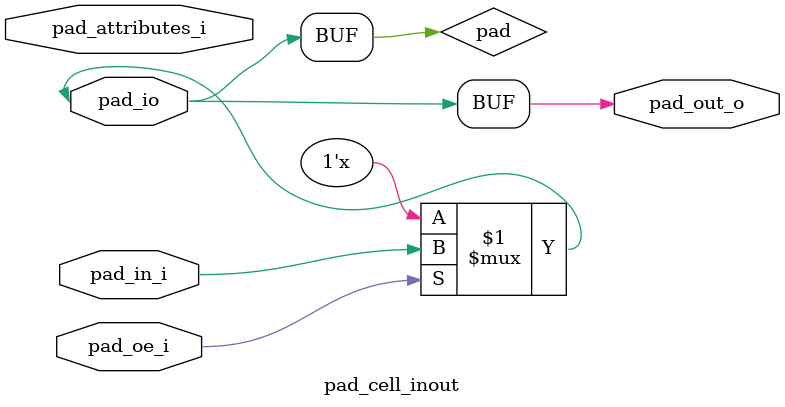
<source format=sv>


module pad_cell_inout #(
  parameter int unsigned PAD_ATTR = 16
) (
  input logic pad_in_i, // pad input value
  input logic pad_oe_i, // pad output enable
  output logic pad_out_o, // pad output value
  input logic pad_io, // pad value
  input logic [PAD_ATTR-1:0] pad_attributes_i // pad attributes
);
  // INTERNAL SIGNALS
  logic pad;

  // --------------
  // INTERNAL LOGIC
  // --------------
  assign pad_out_o = pad_io;
  assign pad_io = pad;
  assign pad = (pad_oe_i) ? pad_in_i : 1'bz;
endmodule

</source>
